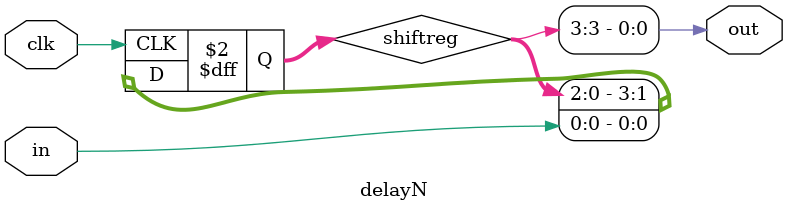
<source format=v>
`timescale 1ns / 1ps
module delayN
	#(parameter NDELAY = 4)
	(clk,in,out);
   input clk;
   input in;
   output out;

   reg [NDELAY-1:0] shiftreg;
   wire 	    out = shiftreg[NDELAY-1];

   always @(posedge clk)
     shiftreg <= {shiftreg[NDELAY-2:0],in};

endmodule // delayN

</source>
